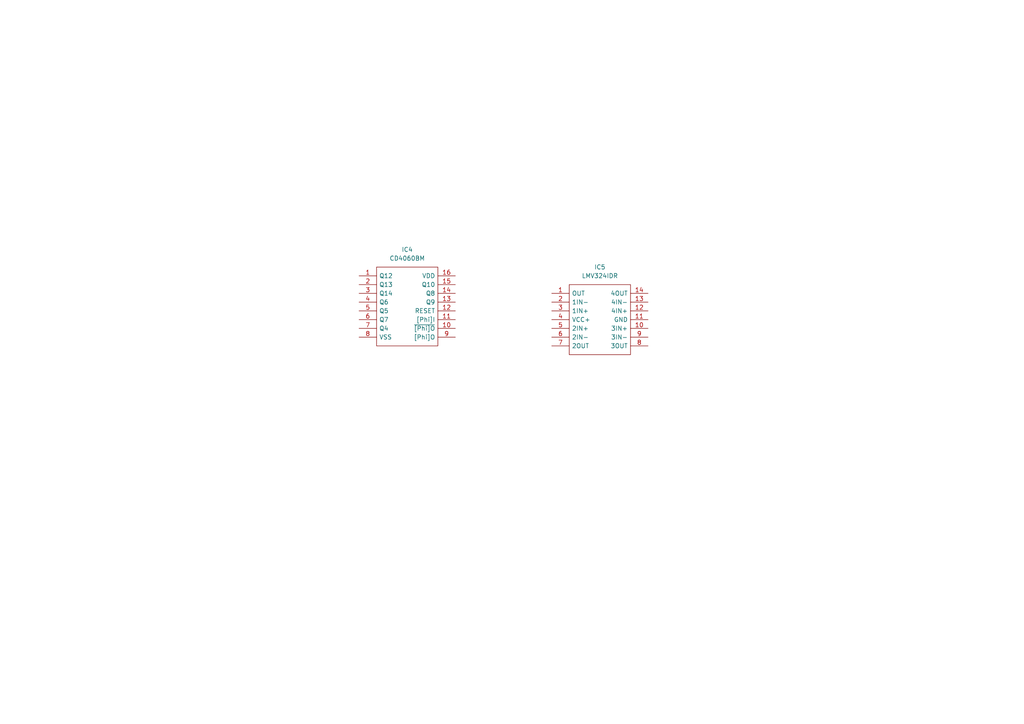
<source format=kicad_sch>
(kicad_sch (version 20230121) (generator eeschema)
  (paper "A4")
  (lib_symbols
    (symbol "CD4060BM:CD4060BM" (pin_names (offset 0.762))
      (property "Reference" "IC" (at 24.13 7.62 0))
      (property "Value" "CD4060BM" (at 24.13 5.08 0))
      (symbol "CD4060BM_0_0"
        (pin passive line (at 0 0 0) (length 5.08) (name "Q12") (number "1"))
        (pin passive line (at 27.94 -15.24 180) (length 5.08) (name "~{[Phi]O}") (number "10"))
        (pin passive line (at 27.94 -12.7 180) (length 5.08) (name "[Phi]I") (number "11"))
        (pin passive line (at 27.94 -10.16 180) (length 5.08) (name "RESET") (number "12"))
        (pin passive line (at 27.94 -7.62 180) (length 5.08) (name "Q9") (number "13"))
        (pin passive line (at 27.94 -5.08 180) (length 5.08) (name "Q8") (number "14"))
        (pin passive line (at 27.94 -2.54 180) (length 5.08) (name "Q10") (number "15"))
        (pin passive line (at 27.94 0 180) (length 5.08) (name "VDD") (number "16"))
        (pin passive line (at 0 -2.54 0) (length 5.08) (name "Q13") (number "2"))
        (pin passive line (at 0 -5.08 0) (length 5.08) (name "Q14") (number "3"))
        (pin passive line (at 0 -7.62 0) (length 5.08) (name "Q6") (number "4"))
        (pin passive line (at 0 -10.16 0) (length 5.08) (name "Q5") (number "5"))
        (pin passive line (at 0 -12.7 0) (length 5.08) (name "Q7") (number "6"))
        (pin passive line (at 0 -15.24 0) (length 5.08) (name "Q4") (number "7"))
        (pin passive line (at 0 -17.78 0) (length 5.08) (name "VSS") (number "8"))
        (pin passive line (at 27.94 -17.78 180) (length 5.08) (name "[Phi]O") (number "9"))
      )
      (symbol "CD4060BM_0_1"
        (polyline (pts (xy 5.08 2.54) (xy 22.86 2.54) (xy 22.86 -20.32) (xy 5.08 -20.32) (xy 5.08 2.54)) (stroke (width 0.1524)))
      )
    )
    (symbol "LMV324IDR:LMV324IDR" (pin_names (offset 0.762))
      (property "Reference" "IC" (at 24.13 7.62 0))
      (property "Value" "LMV324IDR" (at 24.13 5.08 0))
      (symbol "LMV324IDR_0_0"
        (pin passive line (at 0 0 0) (length 5.08) (name "OUT") (number "1"))
        (pin passive line (at 27.94 -10.16 180) (length 5.08) (name "3IN+") (number "10"))
        (pin passive line (at 27.94 -7.62 180) (length 5.08) (name "GND") (number "11"))
        (pin passive line (at 27.94 -5.08 180) (length 5.08) (name "4IN+") (number "12"))
        (pin passive line (at 27.94 -2.54 180) (length 5.08) (name "4IN-") (number "13"))
        (pin passive line (at 27.94 0 180) (length 5.08) (name "4OUT") (number "14"))
        (pin passive line (at 0 -2.54 0) (length 5.08) (name "1IN-") (number "2"))
        (pin passive line (at 0 -5.08 0) (length 5.08) (name "1IN+") (number "3"))
        (pin passive line (at 0 -7.62 0) (length 5.08) (name "VCC+") (number "4"))
        (pin passive line (at 0 -10.16 0) (length 5.08) (name "2IN+") (number "5"))
        (pin passive line (at 0 -12.7 0) (length 5.08) (name "2IN-") (number "6"))
        (pin passive line (at 0 -15.24 0) (length 5.08) (name "2OUT") (number "7"))
        (pin passive line (at 27.94 -15.24 180) (length 5.08) (name "3OUT") (number "8"))
        (pin passive line (at 27.94 -12.7 180) (length 5.08) (name "3IN-") (number "9"))
      )
      (symbol "LMV324IDR_0_1"
        (polyline (pts (xy 5.08 2.54) (xy 22.86 2.54) (xy 22.86 -17.78) (xy 5.08 -17.78) (xy 5.08 2.54)) (stroke (width 0.1524)))
      )
    )
  )
  (symbol (lib_id "LMV324IDR:LMV324IDR") (at 160.02 85.09 0) (unit 1)
    (property "Reference" "IC5" (at 173.99 77.47 0))
    (property "Value" "LMV324IDR" (at 173.99 80.01 0))
    (property "Footprint" "LMV324IDR:SOIC127P600X175-14N" (effects hide))
    (property "Datasheet" "https://www.ti.com/lit/ds/symlink/lmv324.pdf?ts=1614057377514&ref_url=https%253A%252F%252Fwww.ti.com%252Fstore%252Fti%252Fen%252Fp%252Fproduct%252F%253Fp%253DLMV324IDR" (effects hide))
    (property "Description" "Quad Low-Voltage Rail-to-Rail Output Operational Amplifier  see LMV324A for upgraded version" (effects hide))
    (property "Height" "1.75" (effects hide))
    (property "Manufacturer_Name" "Texas Instruments" (effects hide))
    (property "Manufacturer_Part_Number" "LMV324IDR" (effects hide))
    (property "Mouser Part Number" "595-LMV324IDR" (effects hide))
    (property "Mouser Price/Stock" "https://www.mouser.co.uk/ProductDetail/Texas-Instruments/LMV324IDR?qs=q2XTDbzbm6Ccfg2cd2%252BySw%3D%3D" (effects hide))
    (property "Arrow Part Number" "LMV324IDR" (effects hide))
    (property "Arrow Price/Stock" "https://www.arrow.com/en/products/lmv324idr/texas-instruments?region=nac" (effects hide))
  )
  (symbol (lib_id "CD4060BM:CD4060BM") (at 104.14 80.01 0) (unit 1)
    (property "Reference" "IC4" (at 118.11 72.39 0))
    (property "Value" "CD4060BM" (at 118.11 74.93 0))
    (property "Footprint" "CD4060BM:SOIC127P600X175-16N" (effects hide))
    (property "Datasheet" "http://www.ti.com/lit/gpn/cd4060b" (effects hide))
    (property "Description" "CMOS 14-Stage Ripple-Carry Binary Counter/Divider and Oscillator" (effects hide))
    (property "Height" "1.75" (effects hide))
    (property "Manufacturer_Name" "Texas Instruments" (effects hide))
    (property "Manufacturer_Part_Number" "CD4060BM" (effects hide))
    (property "Mouser Part Number" "595-CD4060BM" (effects hide))
    (property "Mouser Price/Stock" "https://www.mouser.co.uk/ProductDetail/Texas-Instruments/CD4060BM?qs=LU5rZWrBGo3KCRuqYExFRQ%3D%3D" (effects hide))
    (property "Arrow Part Number" "CD4060BM" (effects hide))
    (property "Arrow Price/Stock" "https://www.arrow.com/en/products/cd4060bm/texas-instruments?region=nac" (effects hide))
  )
)
</source>
